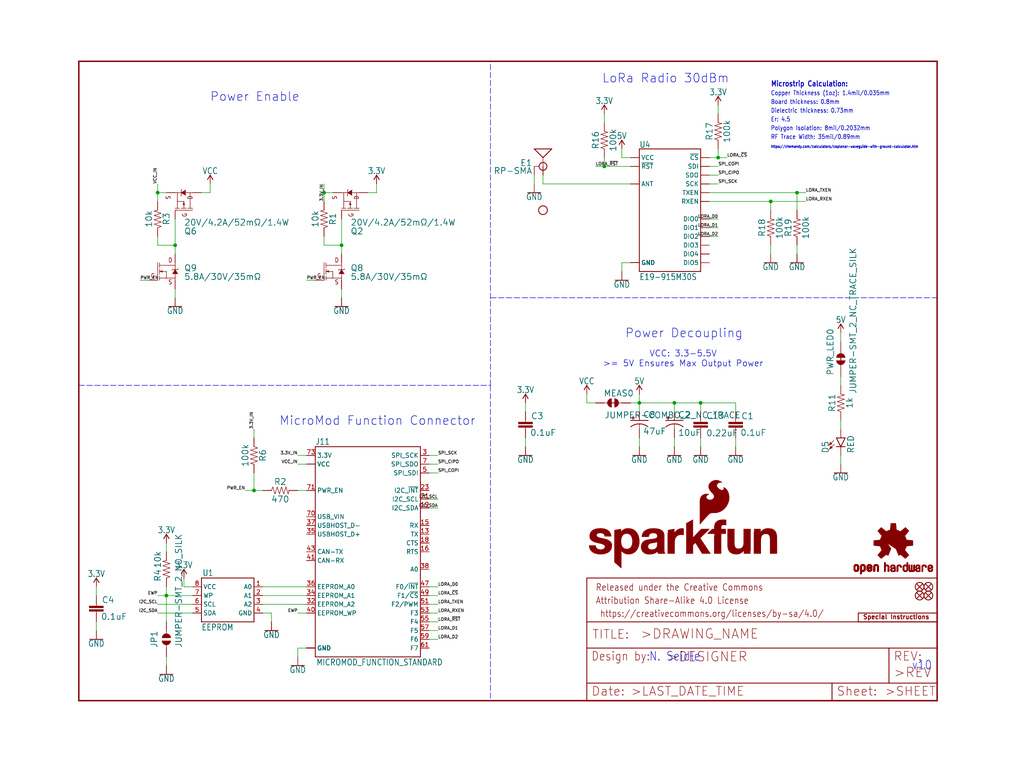
<source format=kicad_sch>
(kicad_sch (version 20211123) (generator eeschema)
  (paper "User" 297.002 223.926)
  (lib_symbols
    (symbol "eagleSchem-eagle-import:0.1UF-0603-25V-(+80{slash}-20%)"
      (property "Reference" "C" (at 1.524 2.921 0))
      (property "Value" "0.1UF-0603-25V-(+80{slash}-20%)" (at 1.524 -2.159 0))
      (symbol "0.1UF-0603-25V-(+80{slash}-20%)_1_0"
        (pin passive line (at 0 5.08 270) (length 2.54) (name "1") (number "1"))
        (pin passive line (at 0 -2.54 90) (length 2.54) (name "2") (number "2"))
      )
    )
    (symbol "eagleSchem-eagle-import:0.22UF-0603-25V-10%"
      (property "Reference" "C" (at 1.524 2.921 0))
      (property "Value" "0.22UF-0603-25V-10%" (at 1.524 -2.159 0))
      (symbol "0.22UF-0603-25V-10%_1_0"
        (pin passive line (at 0 5.08 270) (length 2.54) (name "1") (number "1"))
        (pin passive line (at 0 -2.54 90) (length 2.54) (name "2") (number "2"))
      )
    )
    (symbol "eagleSchem-eagle-import:100KOHM-0603-1{slash}10W-1%"
      (property "Reference" "R" (at 0 1.524 0))
      (property "Value" "100KOHM-0603-1{slash}10W-1%" (at 0 -1.524 0))
      (symbol "100KOHM-0603-1{slash}10W-1%_1_0"
        (pin passive line (at -5.08 0 0) (length 2.54) (name "1") (number "1"))
        (pin passive line (at 5.08 0 180) (length 2.54) (name "2") (number "2"))
      )
    )
    (symbol "eagleSchem-eagle-import:10KOHM-0603-1{slash}10W-1%"
      (property "Reference" "R" (at 0 1.524 0))
      (property "Value" "10KOHM-0603-1{slash}10W-1%" (at 0 -1.524 0))
      (symbol "10KOHM-0603-1{slash}10W-1%_1_0"
        (pin passive line (at -5.08 0 0) (length 2.54) (name "1") (number "1"))
        (pin passive line (at 5.08 0 180) (length 2.54) (name "2") (number "2"))
      )
    )
    (symbol "eagleSchem-eagle-import:10UF-POLAR-EIA3216-16V-10%(TANT)"
      (property "Reference" "C" (at 1.016 0.635 0))
      (property "Value" "10UF-POLAR-EIA3216-16V-10%(TANT)" (at 1.016 -4.191 0))
      (symbol "10UF-POLAR-EIA3216-16V-10%(TANT)_1_0"
        (pin passive line (at 0 2.54 270) (length 2.54) (name "+") (number "+"))
        (pin passive line (at 0 -5.08 90) (length 2.54) (name "-") (number "-"))
      )
    )
    (symbol "eagleSchem-eagle-import:1KOHM-0603-1{slash}10W-1%"
      (property "Reference" "R" (at 0 1.524 0))
      (property "Value" "1KOHM-0603-1{slash}10W-1%" (at 0 -1.524 0))
      (symbol "1KOHM-0603-1{slash}10W-1%_1_0"
        (pin passive line (at -5.08 0 0) (length 2.54) (name "1") (number "1"))
        (pin passive line (at 5.08 0 180) (length 2.54) (name "2") (number "2"))
      )
    )
    (symbol "eagleSchem-eagle-import:3.3V" (power)
      (property "Value" "3.3V" (at 0 2.794 0))
      (symbol "3.3V_1_0"
        (pin power_in line (at 0 0 90) (length 2.54) (name "3.3V") (number "1"))
      )
    )
    (symbol "eagleSchem-eagle-import:470OHM-0603-1{slash}10W-1%"
      (property "Reference" "R" (at 0 1.524 0))
      (property "Value" "470OHM-0603-1{slash}10W-1%" (at 0 -1.524 0))
      (symbol "470OHM-0603-1{slash}10W-1%_1_0"
        (pin passive line (at -5.08 0 0) (length 2.54) (name "1") (number "1"))
        (pin passive line (at 5.08 0 180) (length 2.54) (name "2") (number "2"))
      )
    )
    (symbol "eagleSchem-eagle-import:47UF-POLAR-EIA3528-10V-10%"
      (property "Reference" "C" (at 1.016 0.635 0))
      (property "Value" "47UF-POLAR-EIA3528-10V-10%" (at 1.016 -4.191 0))
      (symbol "47UF-POLAR-EIA3528-10V-10%_1_0"
        (pin passive line (at 0 2.54 270) (length 2.54) (name "+") (number "A"))
        (pin passive line (at 0 -5.08 90) (length 2.54) (name "-") (number "C"))
      )
    )
    (symbol "eagleSchem-eagle-import:5V" (power)
      (property "Value" "5V" (at 0 2.794 0))
      (symbol "5V_1_0"
        (pin power_in line (at 0 0 90) (length 2.54) (name "5V") (number "1"))
      )
    )
    (symbol "eagleSchem-eagle-import:ANTENNA-SMA-GROUNDEDEDGE_RPSMA_SMD"
      (property "Reference" "E" (at 3.048 0 0))
      (property "Value" "ANTENNA-SMA-GROUNDEDEDGE_RPSMA_SMD" (at 3.048 -2.286 0))
      (symbol "ANTENNA-SMA-GROUNDEDEDGE_RPSMA_SMD_1_0"
        (pin bidirectional line (at 2.54 -2.54 90) (length 2.54) (name "GND") (number "GND@0"))
        (pin bidirectional line (at 2.54 -2.54 90) (length 2.54) (name "GND") (number "GND@1"))
        (pin bidirectional line (at 0 -2.54 90) (length 2.54) (name "SIGNAL") (number "SIG"))
      )
    )
    (symbol "eagleSchem-eagle-import:E19-915MS1W"
      (property "Reference" "U" (at -7.62 18.034 0))
      (property "Value" "E19-915MS1W" (at -7.62 -20.32 0))
      (symbol "E19-915MS1W_1_0"
        (pin bidirectional line (at -10.16 -15.24 0) (length 2.54) (name "GND") (number "1"))
        (pin bidirectional line (at -10.16 -15.24 0) (length 2.54) (name "GND") (number "10"))
        (pin bidirectional line (at -10.16 15.24 0) (length 2.54) (name "VCC") (number "11"))
        (pin bidirectional line (at 12.7 7.62 180) (length 2.54) (name "SCK") (number "12"))
        (pin bidirectional line (at 12.7 10.16 180) (length 2.54) (name "SDO") (number "13"))
        (pin bidirectional line (at 12.7 12.7 180) (length 2.54) (name "SDI") (number "14"))
        (pin bidirectional line (at 12.7 15.24 180) (length 2.54) (name "~{CS}") (number "15"))
        (pin bidirectional line (at 12.7 5.08 180) (length 2.54) (name "TXEN") (number "16"))
        (pin bidirectional line (at 12.7 2.54 180) (length 2.54) (name "RXEN") (number "17"))
        (pin bidirectional line (at -10.16 -15.24 0) (length 2.54) (name "GND") (number "18"))
        (pin bidirectional line (at -10.16 7.62 0) (length 2.54) (name "ANT") (number "19"))
        (pin bidirectional line (at 12.7 -15.24 180) (length 2.54) (name "DIO5") (number "2"))
        (pin bidirectional line (at -10.16 -15.24 0) (length 2.54) (name "GND") (number "20"))
        (pin bidirectional line (at -10.16 -15.24 0) (length 2.54) (name "GND") (number "21"))
        (pin bidirectional line (at -10.16 -15.24 0) (length 2.54) (name "GND") (number "22"))
        (pin bidirectional line (at 12.7 -12.7 180) (length 2.54) (name "DIO4") (number "3"))
        (pin bidirectional line (at 12.7 -10.16 180) (length 2.54) (name "DIO3") (number "4"))
        (pin bidirectional line (at 12.7 -7.62 180) (length 2.54) (name "DIO2") (number "5"))
        (pin bidirectional line (at 12.7 -5.08 180) (length 2.54) (name "DIO1") (number "6"))
        (pin bidirectional line (at 12.7 -2.54 180) (length 2.54) (name "DIO0") (number "7"))
        (pin bidirectional line (at -10.16 12.7 0) (length 2.54) (name "~{RST}") (number "8"))
        (pin bidirectional line (at -10.16 -15.24 0) (length 2.54) (name "GND") (number "9"))
      )
    )
    (symbol "eagleSchem-eagle-import:EEPROM-I2C512K"
      (property "Reference" "U" (at -7.62 8.382 0))
      (property "Value" "EEPROM-I2C512K" (at -7.62 -7.62 0))
      (symbol "EEPROM-I2C512K_1_0"
        (pin bidirectional line (at -10.16 5.08 0) (length 2.54) (name "A0") (number "1"))
        (pin bidirectional line (at -10.16 2.54 0) (length 2.54) (name "A1") (number "2"))
        (pin bidirectional line (at -10.16 0 0) (length 2.54) (name "A2") (number "3"))
        (pin power_in line (at -10.16 -2.54 0) (length 2.54) (name "GND") (number "4"))
        (pin bidirectional line (at 10.16 -2.54 180) (length 2.54) (name "SDA") (number "5"))
        (pin bidirectional line (at 10.16 0 180) (length 2.54) (name "SCL") (number "6"))
        (pin bidirectional line (at 10.16 2.54 180) (length 2.54) (name "WP") (number "7"))
        (pin power_in line (at 10.16 5.08 180) (length 2.54) (name "VCC") (number "8"))
      )
    )
    (symbol "eagleSchem-eagle-import:FIDUCIALUFIDUCIAL")
    (symbol "eagleSchem-eagle-import:FRAME-LETTER"
      (symbol "FRAME-LETTER_2_0"
        (text " https://creativecommons.org/licenses/by-sa/4.0/" (at 2.54 24.13 0) (effects (font (size 1.9304 1.6408)) (justify left bottom)))
        (text ">DESIGNER" (at 23.114 11.176 0) (effects (font (size 2.7432 2.7432)) (justify left bottom)))
        (text ">DRAWING_NAME" (at 15.494 17.78 0) (effects (font (size 2.7432 2.7432)) (justify left bottom)))
        (text ">LAST_DATE_TIME" (at 12.7 1.27 0) (effects (font (size 2.54 2.54)) (justify left bottom)))
        (text ">REV" (at 88.9 6.604 0) (effects (font (size 2.7432 2.7432)) (justify left bottom)))
        (text ">SHEET" (at 86.36 1.27 0) (effects (font (size 2.54 2.54)) (justify left bottom)))
        (text "Attribution Share-Alike 4.0 License" (at 2.54 27.94 0) (effects (font (size 1.9304 1.6408)) (justify left bottom)))
        (text "Date:" (at 1.27 1.27 0) (effects (font (size 2.54 2.54)) (justify left bottom)))
        (text "Design by:" (at 1.27 11.43 0) (effects (font (size 2.54 2.159)) (justify left bottom)))
        (text "Released under the Creative Commons" (at 2.54 31.75 0) (effects (font (size 1.9304 1.6408)) (justify left bottom)))
        (text "REV:" (at 88.9 11.43 0) (effects (font (size 2.54 2.54)) (justify left bottom)))
        (text "Sheet:" (at 72.39 1.27 0) (effects (font (size 2.54 2.54)) (justify left bottom)))
        (text "TITLE:" (at 1.524 17.78 0) (effects (font (size 2.54 2.54)) (justify left bottom)))
      )
    )
    (symbol "eagleSchem-eagle-import:GND" (power)
      (property "Value" "GND" (at 0 -0.254 0))
      (symbol "GND_1_0"
        (pin power_in line (at 0 2.54 270) (length 2.54) (name "GND") (number "1"))
      )
    )
    (symbol "eagleSchem-eagle-import:JUMPER-COMBO_2_NC_TRACE"
      (property "Reference" "JP" (at 0 2.794 0))
      (property "Value" "JUMPER-COMBO_2_NC_TRACE" (at 0 -2.794 0))
      (symbol "JUMPER-COMBO_2_NC_TRACE_1_0"
        (pin passive line (at -5.08 0 0) (length 2.54) (name "1") (number "1"))
        (pin passive line (at 5.08 0 180) (length 2.54) (name "2") (number "2"))
        (pin passive line (at -5.08 0 0) (length 2.54) (name "1") (number "3"))
        (pin passive line (at 5.08 0 180) (length 2.54) (name "2") (number "4"))
      )
    )
    (symbol "eagleSchem-eagle-import:JUMPER-SMT_2_NC_TRACE_SILK"
      (property "Reference" "JP" (at 0 3.048 0))
      (property "Value" "JUMPER-SMT_2_NC_TRACE_SILK" (at 0 -3.048 0))
      (symbol "JUMPER-SMT_2_NC_TRACE_SILK_1_0"
        (pin passive line (at -5.08 0 0) (length 2.54) (name "1") (number "1"))
        (pin passive line (at 5.08 0 180) (length 2.54) (name "2") (number "2"))
      )
    )
    (symbol "eagleSchem-eagle-import:JUMPER-SMT_2_NO_SILK"
      (property "Reference" "JP" (at 0 2.794 0))
      (property "Value" "JUMPER-SMT_2_NO_SILK" (at 0 -2.794 0))
      (symbol "JUMPER-SMT_2_NO_SILK_1_0"
        (pin passive line (at -5.08 0 0) (length 2.54) (name "1") (number "1"))
        (pin passive line (at 5.08 0 180) (length 2.54) (name "2") (number "2"))
      )
    )
    (symbol "eagleSchem-eagle-import:LED-RED0603"
      (property "Reference" "D" (at -3.429 -4.572 90))
      (property "Value" "LED-RED0603" (at 1.905 -4.572 90))
      (symbol "LED-RED0603_1_0"
        (pin passive line (at 0 2.54 270) (length 2.54) (name "A") (number "A"))
        (pin passive line (at 0 -5.08 90) (length 2.54) (name "C") (number "C"))
      )
    )
    (symbol "eagleSchem-eagle-import:MICROMOD_FUNCTION_STANDARD"
      (property "Reference" "J" (at -15.24 28.448 0))
      (property "Value" "MICROMOD_FUNCTION_STANDARD" (at -15.24 -35.56 0))
      (symbol "MICROMOD_FUNCTION_STANDARD_1_0"
        (pin bidirectional line (at -17.78 -30.48 0) (length 2.54) (name "GND") (number "1"))
        (pin bidirectional line (at 17.78 2.54 180) (length 2.54) (name "TX") (number "13"))
        (pin bidirectional line (at 17.78 5.08 180) (length 2.54) (name "RX") (number "15"))
        (pin bidirectional line (at 17.78 -2.54 180) (length 2.54) (name "RTS") (number "16"))
        (pin bidirectional line (at 17.78 0 180) (length 2.54) (name "CTS") (number "18"))
        (pin bidirectional line (at 17.78 10.16 180) (length 2.54) (name "I2C_SDA") (number "19"))
        (pin bidirectional line (at 17.78 12.7 180) (length 2.54) (name "I2C_SCL") (number "21"))
        (pin bidirectional line (at 17.78 15.24 180) (length 2.54) (name "I2C_~{INT}") (number "23"))
        (pin bidirectional line (at 17.78 25.4 180) (length 2.54) (name "SPI_SCK") (number "3"))
        (pin bidirectional line (at -17.78 -17.78 0) (length 2.54) (name "EEPROM_A2") (number "32"))
        (pin bidirectional line (at -17.78 -30.48 0) (length 2.54) (name "GND") (number "33"))
        (pin bidirectional line (at -17.78 -15.24 0) (length 2.54) (name "EEPROM_A1") (number "34"))
        (pin bidirectional line (at -17.78 2.54 0) (length 2.54) (name "USBHOST_D+") (number "35"))
        (pin bidirectional line (at -17.78 -12.7 0) (length 2.54) (name "EEPROM_A0") (number "36"))
        (pin bidirectional line (at -17.78 5.08 0) (length 2.54) (name "USBHOST_D-") (number "37"))
        (pin bidirectional line (at 17.78 -7.62 180) (length 2.54) (name "A0") (number "38"))
        (pin bidirectional line (at -17.78 -30.48 0) (length 2.54) (name "GND") (number "39"))
        (pin bidirectional line (at -17.78 -20.32 0) (length 2.54) (name "EEPROM_WP") (number "40"))
        (pin bidirectional line (at -17.78 -5.08 0) (length 2.54) (name "CAN-RX") (number "41"))
        (pin bidirectional line (at -17.78 -2.54 0) (length 2.54) (name "CAN-TX") (number "43"))
        (pin bidirectional line (at -17.78 -30.48 0) (length 2.54) (name "GND") (number "45"))
        (pin bidirectional line (at 17.78 -12.7 180) (length 2.54) (name "F0/~{INT}") (number "47"))
        (pin bidirectional line (at 17.78 -15.24 180) (length 2.54) (name "F1/~{CS}") (number "49"))
        (pin bidirectional line (at 17.78 20.32 180) (length 2.54) (name "SPI_SDI") (number "5"))
        (pin bidirectional line (at 17.78 -17.78 180) (length 2.54) (name "F2/PWM") (number "51"))
        (pin bidirectional line (at 17.78 -20.32 180) (length 2.54) (name "F3") (number "53"))
        (pin bidirectional line (at 17.78 -22.86 180) (length 2.54) (name "F4") (number "55"))
        (pin bidirectional line (at 17.78 -25.4 180) (length 2.54) (name "F5") (number "57"))
        (pin bidirectional line (at 17.78 -27.94 180) (length 2.54) (name "F6") (number "59"))
        (pin bidirectional line (at 17.78 -30.48 180) (length 2.54) (name "F7") (number "61"))
        (pin bidirectional line (at 17.78 22.86 180) (length 2.54) (name "SPI_SDO") (number "7"))
        (pin bidirectional line (at -17.78 7.62 0) (length 2.54) (name "USB_VIN") (number "70"))
        (pin bidirectional line (at -17.78 15.24 0) (length 2.54) (name "PWR_EN") (number "71"))
        (pin bidirectional line (at -17.78 22.86 0) (length 2.54) (name "VCC") (number "72"))
        (pin bidirectional line (at -17.78 25.4 0) (length 2.54) (name "3.3V") (number "73"))
        (pin bidirectional line (at -17.78 22.86 0) (length 2.54) (name "VCC") (number "74"))
        (pin bidirectional line (at -17.78 -30.48 0) (length 2.54) (name "GND") (number "75"))
        (pin bidirectional line (at -17.78 -30.48 0) (length 2.54) (name "GND") (number "GND1"))
        (pin bidirectional line (at -17.78 -30.48 0) (length 2.54) (name "GND") (number "GND2"))
        (pin bidirectional line (at -17.78 -30.48 0) (length 2.54) (name "GND") (number "GND3"))
        (pin bidirectional line (at -17.78 -30.48 0) (length 2.54) (name "GND") (number "GND4"))
        (pin bidirectional line (at -17.78 -30.48 0) (length 2.54) (name "GND") (number "GND5"))
        (pin bidirectional line (at -17.78 -30.48 0) (length 2.54) (name "GND") (number "GND6"))
      )
    )
    (symbol "eagleSchem-eagle-import:MOSFET-NCH-AO3404A"
      (property "Reference" "Q" (at 5.08 0 0))
      (property "Value" "MOSFET-NCH-AO3404A" (at 5.08 -2.54 0))
      (symbol "MOSFET-NCH-AO3404A_1_0"
        (text "D" (at 0.508 2.54 0) (effects (font (size 1.27 1.0795)) (justify left bottom)))
        (text "G" (at -3.302 -0.508 0) (effects (font (size 1.27 1.0795)) (justify right top)))
        (text "S" (at 0.508 -3.81 0) (effects (font (size 1.27 1.0795)) (justify left bottom)))
        (pin bidirectional line (at -5.08 -2.54 0) (length 2.54) (name "G") (number "1"))
        (pin bidirectional line (at 2.54 -5.08 90) (length 2.54) (name "S") (number "2"))
        (pin bidirectional line (at 2.54 5.08 270) (length 2.54) (name "D") (number "3"))
      )
    )
    (symbol "eagleSchem-eagle-import:MOSFET_PCH-DMG2305UX-7"
      (property "Reference" "Q" (at 5.08 0 0))
      (property "Value" "MOSFET_PCH-DMG2305UX-7" (at 5.08 -2.54 0))
      (symbol "MOSFET_PCH-DMG2305UX-7_1_0"
        (text "D" (at 0.508 2.54 0) (effects (font (size 1.27 1.0795)) (justify left bottom)))
        (text "G" (at -3.302 -0.508 0) (effects (font (size 1.27 1.0795)) (justify right top)))
        (text "S" (at 0.508 -3.81 0) (effects (font (size 1.27 1.0795)) (justify left bottom)))
        (pin bidirectional line (at -5.08 -2.54 0) (length 2.54) (name "G") (number "1"))
        (pin bidirectional line (at 2.54 -5.08 90) (length 2.54) (name "S") (number "2"))
        (pin bidirectional line (at 2.54 5.08 270) (length 2.54) (name "D") (number "3"))
      )
    )
    (symbol "eagleSchem-eagle-import:OSHW-LOGOMINI")
    (symbol "eagleSchem-eagle-import:SFE_LOGO_NAME_FLAME.1_INCH")
    (symbol "eagleSchem-eagle-import:SPECIAL_INSTRUCTIONS-ORDERING"
      (symbol "SPECIAL_INSTRUCTIONS-ORDERING_1_0"
        (text "Special Instructions" (at 1.27 0.6985 0) (effects (font (size 1.27 1.27) (thickness 0.254) bold) (justify left bottom)))
      )
    )
    (symbol "eagleSchem-eagle-import:STAND-OFF")
    (symbol "eagleSchem-eagle-import:VCC" (power)
      (property "Value" "VCC" (at 0 2.794 0))
      (symbol "VCC_1_0"
        (pin power_in line (at 0 0 90) (length 2.54) (name "VCC") (number "1"))
      )
    )
  )
  (junction (at 93.98 55.88))
  (junction (at 48.26 172.72))
  (junction (at 208.28 45.72))
  (junction (at 73.66 142.24))
  (junction (at 203.2 116.84))
  (junction (at 45.72 55.88))
  (junction (at 231.14 55.88))
  (junction (at 175.26 48.26))
  (junction (at 99.06 71.12))
  (junction (at 50.8 71.12))
  (junction (at 223.52 58.42))
  (junction (at 185.42 116.84))
  (junction (at 195.58 116.84))
  (wire (pts (xy 45.72 55.88) (xy 45.72 53.34)))
  (wire (pts (xy 231.14 60.96) (xy 231.14 55.88)))
  (wire (pts (xy 175.26 45.72) (xy 175.26 48.26)))
  (wire (pts (xy 182.88 116.84) (xy 185.42 116.84)))
  (wire (pts (xy 170.18 116.84) (xy 170.18 114.3)))
  (wire (pts (xy 53.34 170.18) (xy 53.34 167.64)))
  (wire (pts (xy 93.98 55.88) (xy 96.52 55.88)))
  (wire (pts (xy 231.14 55.88) (xy 233.68 55.88)))
  (wire (pts (xy 48.26 193.04) (xy 48.26 190.5)))
  (wire (pts (xy 180.34 45.72) (xy 180.34 43.18)))
  (wire (pts (xy 76.2 170.18) (xy 88.9 170.18)))
  (wire (pts (xy 180.34 76.2) (xy 180.34 78.74)))
  (wire (pts (xy 124.46 182.88) (xy 127 182.88)))
  (wire (pts (xy 205.74 50.8) (xy 208.28 50.8)))
  (wire (pts (xy 124.46 137.16) (xy 127 137.16)))
  (wire (pts (xy 195.58 119.38) (xy 195.58 116.84)))
  (wire (pts (xy 43.18 81.28) (xy 40.64 81.28)))
  (wire (pts (xy 45.72 68.58) (xy 45.72 71.12)))
  (wire (pts (xy 124.46 172.72) (xy 127 172.72)))
  (polyline (pts (xy 142.24 111.76) (xy 142.24 203.2)))
  (wire (pts (xy 124.46 180.34) (xy 127 180.34)))
  (wire (pts (xy 76.2 172.72) (xy 88.9 172.72)))
  (wire (pts (xy 45.72 71.12) (xy 50.8 71.12)))
  (wire (pts (xy 99.06 71.12) (xy 99.06 73.66)))
  (polyline (pts (xy 22.86 111.76) (xy 142.24 111.76)))
  (polyline (pts (xy 142.24 111.76) (xy 142.24 17.78)))
  (wire (pts (xy 208.28 68.58) (xy 205.74 68.58)))
  (wire (pts (xy 223.52 60.96) (xy 223.52 58.42)))
  (wire (pts (xy 109.22 55.88) (xy 109.22 53.34)))
  (wire (pts (xy 55.88 177.8) (xy 45.72 177.8)))
  (wire (pts (xy 182.88 76.2) (xy 180.34 76.2)))
  (wire (pts (xy 48.26 157.48) (xy 48.26 160.02)))
  (wire (pts (xy 88.9 142.24) (xy 86.36 142.24)))
  (wire (pts (xy 76.2 175.26) (xy 88.9 175.26)))
  (wire (pts (xy 88.9 134.62) (xy 86.36 134.62)))
  (wire (pts (xy 203.2 116.84) (xy 203.2 119.38)))
  (wire (pts (xy 213.36 119.38) (xy 213.36 116.84)))
  (wire (pts (xy 99.06 63.5) (xy 99.06 71.12)))
  (wire (pts (xy 78.74 177.8) (xy 78.74 180.34)))
  (wire (pts (xy 45.72 55.88) (xy 45.72 58.42)))
  (wire (pts (xy 154.94 53.34) (xy 154.94 50.8)))
  (wire (pts (xy 195.58 129.54) (xy 195.58 127)))
  (wire (pts (xy 86.36 187.96) (xy 86.36 190.5)))
  (wire (pts (xy 27.94 182.88) (xy 27.94 180.34)))
  (wire (pts (xy 88.9 177.8) (xy 86.36 177.8)))
  (wire (pts (xy 93.98 71.12) (xy 99.06 71.12)))
  (wire (pts (xy 208.28 45.72) (xy 210.82 45.72)))
  (wire (pts (xy 93.98 53.34) (xy 93.98 55.88)))
  (wire (pts (xy 76.2 177.8) (xy 78.74 177.8)))
  (wire (pts (xy 208.28 33.02) (xy 208.28 30.48)))
  (wire (pts (xy 60.96 55.88) (xy 60.96 53.34)))
  (wire (pts (xy 208.28 66.04) (xy 205.74 66.04)))
  (wire (pts (xy 185.42 127) (xy 185.42 129.54)))
  (wire (pts (xy 243.84 124.46) (xy 243.84 121.92)))
  (wire (pts (xy 243.84 134.62) (xy 243.84 132.08)))
  (wire (pts (xy 50.8 63.5) (xy 50.8 71.12)))
  (wire (pts (xy 48.26 55.88) (xy 45.72 55.88)))
  (wire (pts (xy 175.26 33.02) (xy 175.26 35.56)))
  (wire (pts (xy 91.44 81.28) (xy 88.9 81.28)))
  (wire (pts (xy 213.36 129.54) (xy 213.36 127)))
  (wire (pts (xy 93.98 58.42) (xy 93.98 55.88)))
  (wire (pts (xy 175.26 48.26) (xy 172.72 48.26)))
  (wire (pts (xy 152.4 116.84) (xy 152.4 119.38)))
  (wire (pts (xy 172.72 116.84) (xy 170.18 116.84)))
  (wire (pts (xy 185.42 116.84) (xy 185.42 119.38)))
  (wire (pts (xy 58.42 55.88) (xy 60.96 55.88)))
  (wire (pts (xy 182.88 45.72) (xy 180.34 45.72)))
  (wire (pts (xy 182.88 53.34) (xy 157.48 53.34)))
  (wire (pts (xy 76.2 142.24) (xy 73.66 142.24)))
  (wire (pts (xy 50.8 86.36) (xy 50.8 83.82)))
  (wire (pts (xy 205.74 55.88) (xy 231.14 55.88)))
  (wire (pts (xy 213.36 116.84) (xy 203.2 116.84)))
  (wire (pts (xy 243.84 111.76) (xy 243.84 109.22)))
  (wire (pts (xy 27.94 170.18) (xy 27.94 172.72)))
  (wire (pts (xy 203.2 116.84) (xy 195.58 116.84)))
  (wire (pts (xy 50.8 71.12) (xy 50.8 73.66)))
  (wire (pts (xy 124.46 185.42) (xy 127 185.42)))
  (wire (pts (xy 124.46 175.26) (xy 127 175.26)))
  (wire (pts (xy 48.26 172.72) (xy 48.26 170.18)))
  (wire (pts (xy 93.98 68.58) (xy 93.98 71.12)))
  (wire (pts (xy 48.26 180.34) (xy 48.26 172.72)))
  (wire (pts (xy 195.58 116.84) (xy 185.42 116.84)))
  (wire (pts (xy 55.88 172.72) (xy 48.26 172.72)))
  (wire (pts (xy 208.28 43.18) (xy 208.28 45.72)))
  (wire (pts (xy 243.84 96.52) (xy 243.84 99.06)))
  (wire (pts (xy 231.14 73.66) (xy 231.14 71.12)))
  (wire (pts (xy 48.26 172.72) (xy 45.72 172.72)))
  (wire (pts (xy 73.66 137.16) (xy 73.66 142.24)))
  (wire (pts (xy 208.28 63.5) (xy 205.74 63.5)))
  (wire (pts (xy 73.66 127) (xy 73.66 124.46)))
  (wire (pts (xy 205.74 53.34) (xy 208.28 53.34)))
  (wire (pts (xy 205.74 58.42) (xy 223.52 58.42)))
  (wire (pts (xy 124.46 147.32) (xy 127 147.32)))
  (wire (pts (xy 106.68 55.88) (xy 109.22 55.88)))
  (wire (pts (xy 205.74 45.72) (xy 208.28 45.72)))
  (wire (pts (xy 55.88 175.26) (xy 45.72 175.26)))
  (wire (pts (xy 152.4 129.54) (xy 152.4 127)))
  (wire (pts (xy 124.46 144.78) (xy 127 144.78)))
  (polyline (pts (xy 142.24 86.36) (xy 271.78 86.36)))
  (wire (pts (xy 223.52 58.42) (xy 233.68 58.42)))
  (wire (pts (xy 88.9 132.08) (xy 86.36 132.08)))
  (wire (pts (xy 157.48 53.34) (xy 157.48 50.8)))
  (wire (pts (xy 55.88 170.18) (xy 53.34 170.18)))
  (wire (pts (xy 88.9 187.96) (xy 86.36 187.96)))
  (wire (pts (xy 73.66 142.24) (xy 71.12 142.24)))
  (wire (pts (xy 99.06 86.36) (xy 99.06 83.82)))
  (wire (pts (xy 182.88 48.26) (xy 175.26 48.26)))
  (wire (pts (xy 223.52 73.66) (xy 223.52 71.12)))
  (wire (pts (xy 124.46 177.8) (xy 127 177.8)))
  (wire (pts (xy 205.74 48.26) (xy 208.28 48.26)))
  (wire (pts (xy 185.42 116.84) (xy 185.42 114.3)))
  (wire (pts (xy 203.2 129.54) (xy 203.2 127)))
  (wire (pts (xy 124.46 134.62) (xy 127 134.62)))
  (wire (pts (xy 124.46 170.18) (xy 127 170.18)))
  (wire (pts (xy 124.46 132.08) (xy 127 132.08)))
  (text "Board thickness: 0.8mm" (at 223.52 30.48 180) (effects (font (size 1.27 1.0795)) (justify left bottom)))
  (text "Power Enable" (at 73.914 28.194 180) (effects (font (size 2.54 2.54))))
  (text "N. Seidle" (at 188.214 192.024 180) (effects (font (size 2.54 2.159)) (justify left bottom)))
  (text "VCC: 3.3-5.5V\n>= 5V Ensures Max Output Power" (at 198.12 104.14 180) (effects (font (size 1.778 1.778))))
  (text "Microstrip Calculation:" (at 223.52 25.4 180) (effects (font (size 1.524 1.2954) (thickness 0.2591) bold) (justify left bottom)))
  (text "RF Trace Width: 35mil/0.89mm" (at 223.52 40.64 180) (effects (font (size 1.27 1.0795)) (justify left bottom)))
  (text "Dielectric thickness: 0.73mm" (at 223.52 33.02 180) (effects (font (size 1.27 1.0795)) (justify left bottom)))
  (text "MicroMod Function Connector" (at 109.474 122.174 180) (effects (font (size 2.54 2.54))))
  (text "Copper Thickness (1oz): 1.4mil/0.035mm" (at 223.52 27.94 180) (effects (font (size 1.27 1.0795)) (justify left bottom)))
  (text "Power Decoupling" (at 198.374 96.774 180) (effects (font (size 2.54 2.54))))
  (text "Polygon Isolation: 8mil/0.2032mm" (at 223.52 38.1 180) (effects (font (size 1.27 1.0795)) (justify left bottom)))
  (text "v10" (at 264.414 194.564 180) (effects (font (size 2.54 2.159)) (justify left bottom)))
  (text "LoRa Radio 30dBm" (at 193.04 22.86 180) (effects (font (size 2.54 2.54))))
  (text "https://chemandy.com/calculators/coplanar-waveguide-with-ground-calculator.htm" (at 223.52 43.18 0) (effects (font (size 0.762 0.6477)) (justify left bottom)))
  (text "Er: 4.5" (at 223.52 35.56 180) (effects (font (size 1.27 1.0795)) (justify left bottom)))
  (label "LORA_~{CS}" (at 210.82 45.72 0) (effects (font (size 0.889 0.889))))
  (label "VCC_IN" (at 45.72 53.34 90) (effects (font (size 0.889 0.889))))
  (label "LORA_D1" (at 127 182.88 0) (effects (font (size 0.889 0.889))))
  (label "LORA_~{CS}" (at 127 172.72 0) (effects (font (size 0.889 0.889))))
  (label "LORA_~{RST}" (at 127 180.34 0) (effects (font (size 0.889 0.889))))
  (label "VCC_IN" (at 86.36 134.62 180) (effects (font (size 0.889 0.889))))
  (label "SPI_SCK" (at 127 132.08 0) (effects (font (size 0.889 0.889))))
  (label "LORA_RXEN" (at 233.68 58.42 0) (effects (font (size 0.889 0.889))))
  (label "SPI_SCK" (at 208.28 53.34 0) (effects (font (size 0.889 0.889))))
  (label "I2C_SCL" (at 45.72 175.26 180) (effects (font (size 0.889 0.889))))
  (label "3.3V_IN" (at 86.36 132.08 180) (effects (font (size 0.889 0.889))))
  (label "LORA_TXEN" (at 233.68 55.88 0) (effects (font (size 0.889 0.889))))
  (label "3.3V_IN" (at 93.98 53.34 270) (effects (font (size 0.889 0.889))))
  (label "I2C_SDA" (at 127 147.32 180) (effects (font (size 0.889 0.889))))
  (label "LORA_~{RST}" (at 172.72 48.26 0) (effects (font (size 0.889 0.889))))
  (label "LORA_D1" (at 208.28 66.04 180) (effects (font (size 0.889 0.889))))
  (label "PWR_EN" (at 40.64 81.28 0) (effects (font (size 0.889 0.889))))
  (label "LORA_D2" (at 127 185.42 0) (effects (font (size 0.889 0.889))))
  (label "LORA_D0" (at 127 170.18 0) (effects (font (size 0.889 0.889))))
  (label "SPI_COPI" (at 208.28 48.26 0) (effects (font (size 0.889 0.889))))
  (label "I2C_SDA" (at 45.72 177.8 180) (effects (font (size 0.889 0.889))))
  (label "PWR_EN" (at 88.9 81.28 0) (effects (font (size 0.889 0.889))))
  (label "SPI_CIPO" (at 127 134.62 0) (effects (font (size 0.889 0.889))))
  (label "I2C_SCL" (at 127 144.78 180) (effects (font (size 0.889 0.889))))
  (label "LORA_D2" (at 208.28 68.58 180) (effects (font (size 0.889 0.889))))
  (label "EWP" (at 45.72 172.72 180) (effects (font (size 0.889 0.889))))
  (label "SPI_COPI" (at 127 137.16 0) (effects (font (size 0.889 0.889))))
  (label "PWR_EN" (at 71.12 142.24 180) (effects (font (size 0.889 0.889))))
  (label "LORA_TXEN" (at 127 175.26 0) (effects (font (size 0.889 0.889))))
  (label "3.3V_IN" (at 73.66 124.46 90) (effects (font (size 0.889 0.889))))
  (label "LORA_D0" (at 208.28 63.5 180) (effects (font (size 0.889 0.889))))
  (label "LORA_RXEN" (at 127 177.8 0) (effects (font (size 0.889 0.889))))
  (label "SPI_CIPO" (at 208.28 50.8 0) (effects (font (size 0.889 0.889))))
  (label "EWP" (at 86.36 177.8 180) (effects (font (size 0.889 0.889))))
  (symbol (lib_id "eagleSchem-eagle-import:0.1UF-0603-25V-(+80{slash}-20%)") (at 152.4 124.46 0) (mirror y) (unit 1)
    (property "Reference" "C3" (at 153.924 121.666 0) (effects (font (size 1.778 1.778)) (justify right bottom)))
    (property "Value" "0.1uF" (at 153.67 126.492 0) (effects (font (size 1.778 1.778)) (justify right bottom)))
    (property "Footprint" "eagleSchem:0603" (effects hide))
  )
  (symbol (lib_id "eagleSchem-eagle-import:0.1UF-0603-25V-(+80{slash}-20%)") (at 213.36 124.46 0) (mirror y) (unit 1)
    (property "Reference" "C1" (at 214.884 121.666 0) (effects (font (size 1.778 1.778)) (justify right bottom)))
    (property "Value" "0.1uF" (at 214.63 126.492 0) (effects (font (size 1.778 1.778)) (justify right bottom)))
    (property "Footprint" "eagleSchem:0603" (effects hide))
  )
  (symbol (lib_id "eagleSchem-eagle-import:MICROMOD_FUNCTION_STANDARD") (at 106.68 157.48 0) (unit 1)
    (property "Reference" "J11" (at 91.44 129.032 0) (effects (font (size 1.778 1.5113)) (justify left bottom)))
    (property "Value" "MICROMOD_FUNCTION_STANDARD" (at 91.694 193.04 0) (effects (font (size 1.778 1.5113)) (justify left bottom)))
    (property "Footprint" "eagleSchem:M.2-CARD-E-22_FUNCTION_STANDARD" (effects hide))
  )
  (symbol (lib_id "eagleSchem-eagle-import:3.3V") (at 175.26 33.02 0) (unit 1)
    (property "Reference" "#SUPPLY12" (effects hide))
    (property "Value" "3.3V" (at 175.26 30.226 0) (effects (font (size 1.778 1.5113)) (justify bottom)))
    (property "Footprint" "eagleSchem:" (effects hide))
  )
  (symbol (lib_id "eagleSchem-eagle-import:GND") (at 99.06 88.9 0) (mirror y) (unit 1)
    (property "Reference" "#GND12" (effects hide))
    (property "Value" "GND" (at 99.06 89.154 0) (effects (font (size 1.778 1.5113)) (justify top)))
    (property "Footprint" "eagleSchem:" (effects hide))
  )
  (symbol (lib_id "eagleSchem-eagle-import:100KOHM-0603-1{slash}10W-1%") (at 231.14 66.04 90) (unit 1)
    (property "Reference" "R19" (at 229.616 66.04 0) (effects (font (size 1.778 1.778)) (justify bottom)))
    (property "Value" "100k" (at 232.664 66.04 0) (effects (font (size 1.778 1.778)) (justify top)))
    (property "Footprint" "eagleSchem:0603" (effects hide))
  )
  (symbol (lib_id "eagleSchem-eagle-import:10KOHM-0603-1{slash}10W-1%") (at 93.98 63.5 270) (mirror x) (unit 1)
    (property "Reference" "R1" (at 95.504 63.5 0) (effects (font (size 1.778 1.778)) (justify bottom)))
    (property "Value" "10k" (at 92.456 63.5 0) (effects (font (size 1.778 1.778)) (justify top)))
    (property "Footprint" "eagleSchem:0603" (effects hide))
  )
  (symbol (lib_id "eagleSchem-eagle-import:3.3V") (at 27.94 170.18 0) (unit 1)
    (property "Reference" "#SUPPLY7" (effects hide))
    (property "Value" "3.3V" (at 27.94 167.386 0) (effects (font (size 1.778 1.5113)) (justify bottom)))
    (property "Footprint" "eagleSchem:" (effects hide))
  )
  (symbol (lib_id "eagleSchem-eagle-import:3.3V") (at 152.4 116.84 0) (unit 1)
    (property "Reference" "#SUPPLY5" (effects hide))
    (property "Value" "3.3V" (at 152.4 114.046 0) (effects (font (size 1.778 1.5113)) (justify bottom)))
    (property "Footprint" "eagleSchem:" (effects hide))
  )
  (symbol (lib_id "eagleSchem-eagle-import:GND") (at 243.84 137.16 0) (unit 1)
    (property "Reference" "#GND27" (effects hide))
    (property "Value" "GND" (at 243.84 137.414 0) (effects (font (size 1.778 1.5113)) (justify top)))
    (property "Footprint" "eagleSchem:" (effects hide))
  )
  (symbol (lib_id "eagleSchem-eagle-import:SFE_LOGO_NAME_FLAME.1_INCH") (at 170.18 165.1 0) (unit 1)
    (property "Reference" "LOGO1" (effects hide))
    (property "Value" "SFE_LOGO_NAME_FLAME.1_INCH" (effects hide))
    (property "Footprint" "eagleSchem:SFE_LOGO_NAME_FLAME_.1" (effects hide))
  )
  (symbol (lib_id "eagleSchem-eagle-import:OSHW-LOGOMINI") (at 259.08 157.48 0) (unit 1)
    (property "Reference" "LOGO3" (effects hide))
    (property "Value" "OSHW-LOGOMINI" (effects hide))
    (property "Footprint" "eagleSchem:OSHW-LOGO-MINI" (effects hide))
  )
  (symbol (lib_id "eagleSchem-eagle-import:GND") (at 154.94 55.88 0) (unit 1)
    (property "Reference" "#GND3" (effects hide))
    (property "Value" "GND" (at 154.94 56.134 0) (effects (font (size 1.778 1.5113)) (justify top)))
    (property "Footprint" "eagleSchem:" (effects hide))
  )
  (symbol (lib_id "eagleSchem-eagle-import:JUMPER-SMT_2_NC_TRACE_SILK") (at 243.84 104.14 90) (unit 1)
    (property "Reference" "PWR_LED0" (at 241.808 108.966 0) (effects (font (size 1.778 1.778)) (justify left bottom)))
    (property "Value" "JUMPER-SMT_2_NC_TRACE_SILK" (at 246.38 114.3 0) (effects (font (size 1.778 1.778)) (justify left top)))
    (property "Footprint" "eagleSchem:SMT-JUMPER_2_NC_TRACE_SILK" (effects hide))
  )
  (symbol (lib_id "eagleSchem-eagle-import:0.1UF-0603-25V-(+80{slash}-20%)") (at 27.94 177.8 0) (mirror y) (unit 1)
    (property "Reference" "C4" (at 29.464 175.006 0) (effects (font (size 1.778 1.778)) (justify right bottom)))
    (property "Value" "0.1uF" (at 29.21 179.832 0) (effects (font (size 1.778 1.778)) (justify right bottom)))
    (property "Footprint" "eagleSchem:0603" (effects hide))
  )
  (symbol (lib_id "eagleSchem-eagle-import:GND") (at 203.2 132.08 0) (unit 1)
    (property "Reference" "#GND22" (effects hide))
    (property "Value" "GND" (at 203.2 132.334 0) (effects (font (size 1.778 1.5113)) (justify top)))
    (property "Footprint" "eagleSchem:" (effects hide))
  )
  (symbol (lib_id "eagleSchem-eagle-import:FIDUCIALUFIDUCIAL") (at 269.24 170.18 0) (unit 1)
    (property "Reference" "FD2" (effects hide))
    (property "Value" "FIDUCIALUFIDUCIAL" (effects hide))
    (property "Footprint" "eagleSchem:FIDUCIAL-MICRO" (effects hide))
  )
  (symbol (lib_id "eagleSchem-eagle-import:10KOHM-0603-1{slash}10W-1%") (at 48.26 165.1 270) (mirror x) (unit 1)
    (property "Reference" "R4" (at 46.736 166.878 0) (effects (font (size 1.778 1.778)) (justify top)))
    (property "Value" "10k" (at 46.736 162.306 0) (effects (font (size 1.778 1.778)) (justify top)))
    (property "Footprint" "eagleSchem:0603" (effects hide))
  )
  (symbol (lib_id "eagleSchem-eagle-import:3.3V") (at 53.34 167.64 0) (unit 1)
    (property "Reference" "#SUPPLY6" (effects hide))
    (property "Value" "3.3V" (at 53.34 164.846 0) (effects (font (size 1.778 1.5113)) (justify bottom)))
    (property "Footprint" "eagleSchem:" (effects hide))
  )
  (symbol (lib_id "eagleSchem-eagle-import:47UF-POLAR-EIA3528-10V-10%") (at 185.42 121.92 0) (unit 1)
    (property "Reference" "C8" (at 186.436 121.285 0) (effects (font (size 1.778 1.778)) (justify left bottom)))
    (property "Value" "47uF" (at 186.436 126.111 0) (effects (font (size 1.778 1.778)) (justify left bottom)))
    (property "Footprint" "eagleSchem:EIA3528" (effects hide))
  )
  (symbol (lib_id "eagleSchem-eagle-import:0.22UF-0603-25V-10%") (at 203.2 124.46 0) (unit 1)
    (property "Reference" "C13" (at 204.724 121.539 0) (effects (font (size 1.778 1.778)) (justify left bottom)))
    (property "Value" "0.22uF" (at 204.724 126.619 0) (effects (font (size 1.778 1.778)) (justify left bottom)))
    (property "Footprint" "eagleSchem:0603" (effects hide))
  )
  (symbol (lib_id "eagleSchem-eagle-import:SPECIAL_INSTRUCTIONS-ORDERING") (at 248.92 180.34 0) (unit 1)
    (property "Reference" "LOGO2" (effects hide))
    (property "Value" "SPECIAL_INSTRUCTIONS-ORDERING" (effects hide))
    (property "Footprint" "eagleSchem:ORDERING_INSTRUCTIONS" (effects hide))
  )
  (symbol (lib_id "eagleSchem-eagle-import:MOSFET_PCH-DMG2305UX-7") (at 53.34 58.42 270) (mirror x) (unit 1)
    (property "Reference" "Q6" (at 53.34 66.04 90) (effects (font (size 1.778 1.778)) (justify left bottom)))
    (property "Value" "20V/4.2A/52mΩ/1.4W" (at 53.34 63.5 90) (effects (font (size 1.778 1.778)) (justify left bottom)))
    (property "Footprint" "eagleSchem:SOT23-3" (effects hide))
  )
  (symbol (lib_id "eagleSchem-eagle-import:5V") (at 185.42 114.3 0) (unit 1)
    (property "Reference" "#SUPPLY3" (effects hide))
    (property "Value" "5V" (at 185.42 111.506 0) (effects (font (size 1.778 1.5113)) (justify bottom)))
    (property "Footprint" "eagleSchem:" (effects hide))
  )
  (symbol (lib_id "eagleSchem-eagle-import:ANTENNA-SMA-GROUNDEDEDGE_RPSMA_SMD") (at 157.48 48.26 0) (mirror y) (unit 1)
    (property "Reference" "E1" (at 154.432 48.26 0) (effects (font (size 1.778 1.778)) (justify left bottom)))
    (property "Value" "RP-SMA" (at 154.432 50.546 0) (effects (font (size 1.778 1.778)) (justify left bottom)))
    (property "Footprint" "eagleSchem:SMA-EDGE-SMD" (effects hide))
  )
  (symbol (lib_id "eagleSchem-eagle-import:10KOHM-0603-1{slash}10W-1%") (at 45.72 63.5 270) (mirror x) (unit 1)
    (property "Reference" "R3" (at 47.244 63.5 0) (effects (font (size 1.778 1.778)) (justify bottom)))
    (property "Value" "10k" (at 44.196 63.5 0) (effects (font (size 1.778 1.778)) (justify top)))
    (property "Footprint" "eagleSchem:0603" (effects hide))
  )
  (symbol (lib_id "eagleSchem-eagle-import:GND") (at 195.58 132.08 0) (unit 1)
    (property "Reference" "#GND21" (effects hide))
    (property "Value" "GND" (at 195.58 132.334 0) (effects (font (size 1.778 1.5113)) (justify top)))
    (property "Footprint" "eagleSchem:" (effects hide))
  )
  (symbol (lib_id "eagleSchem-eagle-import:FRAME-LETTER") (at 22.86 203.2 0) (unit 1)
    (property "Reference" "FRAME2" (effects hide))
    (property "Value" "FRAME-LETTER" (effects hide))
    (property "Footprint" "eagleSchem:CREATIVE_COMMONS" (effects hide))
  )
  (symbol (lib_id "eagleSchem-eagle-import:100KOHM-0603-1{slash}10W-1%") (at 223.52 66.04 90) (unit 1)
    (property "Reference" "R18" (at 221.996 66.04 0) (effects (font (size 1.778 1.778)) (justify bottom)))
    (property "Value" "100k" (at 225.044 66.04 0) (effects (font (size 1.778 1.778)) (justify top)))
    (property "Footprint" "eagleSchem:0603" (effects hide))
  )
  (symbol (lib_id "eagleSchem-eagle-import:GND") (at 180.34 81.28 0) (unit 1)
    (property "Reference" "#GND31" (effects hide))
    (property "Value" "GND" (at 180.34 81.534 0) (effects (font (size 1.778 1.5113)) (justify top)))
    (property "Footprint" "eagleSchem:" (effects hide))
  )
  (symbol (lib_id "eagleSchem-eagle-import:GND") (at 86.36 193.04 0) (unit 1)
    (property "Reference" "#GND1" (effects hide))
    (property "Value" "GND" (at 86.36 193.294 0) (effects (font (size 1.778 1.5113)) (justify top)))
    (property "Footprint" "eagleSchem:" (effects hide))
  )
  (symbol (lib_id "eagleSchem-eagle-import:3.3V") (at 48.26 157.48 0) (unit 1)
    (property "Reference" "#SUPPLY1" (effects hide))
    (property "Value" "3.3V" (at 48.26 154.686 0) (effects (font (size 1.778 1.5113)) (justify bottom)))
    (property "Footprint" "eagleSchem:" (effects hide))
  )
  (symbol (lib_id "eagleSchem-eagle-import:GND") (at 185.42 132.08 0) (unit 1)
    (property "Reference" "#GND2" (effects hide))
    (property "Value" "GND" (at 185.42 132.334 0) (effects (font (size 1.778 1.5113)) (justify top)))
    (property "Footprint" "eagleSchem:" (effects hide))
  )
  (symbol (lib_id "eagleSchem-eagle-import:FRAME-LETTER") (at 170.18 203.2 0) (unit 2)
    (property "Reference" "FRAME2" (effects hide))
    (property "Value" "FRAME-LETTER" (effects hide))
    (property "Footprint" "eagleSchem:CREATIVE_COMMONS" (effects hide))
  )
  (symbol (lib_id "eagleSchem-eagle-import:GND") (at 50.8 88.9 0) (mirror y) (unit 1)
    (property "Reference" "#GND11" (effects hide))
    (property "Value" "GND" (at 50.8 89.154 0) (effects (font (size 1.778 1.5113)) (justify top)))
    (property "Footprint" "eagleSchem:" (effects hide))
  )
  (symbol (lib_id "eagleSchem-eagle-import:5V") (at 180.34 43.18 0) (unit 1)
    (property "Reference" "#SUPPLY8" (effects hide))
    (property "Value" "5V" (at 180.34 40.386 0) (effects (font (size 1.778 1.5113)) (justify bottom)))
    (property "Footprint" "eagleSchem:" (effects hide))
  )
  (symbol (lib_id "eagleSchem-eagle-import:3.3V") (at 109.22 53.34 0) (mirror y) (unit 1)
    (property "Reference" "#SUPPLY9" (effects hide))
    (property "Value" "3.3V" (at 109.22 50.546 0) (effects (font (size 1.778 1.5113)) (justify bottom)))
    (property "Footprint" "eagleSchem:" (effects hide))
  )
  (symbol (lib_id "eagleSchem-eagle-import:10UF-POLAR-EIA3216-16V-10%(TANT)") (at 195.58 121.92 0) (unit 1)
    (property "Reference" "C2" (at 196.596 121.285 0) (effects (font (size 1.778 1.778)) (justify left bottom)))
    (property "Value" "10uF" (at 196.596 126.492 0) (effects (font (size 1.778 1.778)) (justify left bottom)))
    (property "Footprint" "eagleSchem:EIA3216" (effects hide))
  )
  (symbol (lib_id "eagleSchem-eagle-import:100KOHM-0603-1{slash}10W-1%") (at 208.28 38.1 90) (unit 1)
    (property "Reference" "R17" (at 206.756 38.1 0) (effects (font (size 1.778 1.778)) (justify bottom)))
    (property "Value" "100k" (at 209.804 38.1 0) (effects (font (size 1.778 1.778)) (justify top)))
    (property "Footprint" "eagleSchem:0603" (effects hide))
  )
  (symbol (lib_id "eagleSchem-eagle-import:3.3V") (at 208.28 30.48 0) (unit 1)
    (property "Reference" "#SUPPLY15" (effects hide))
    (property "Value" "3.3V" (at 208.28 27.686 0) (effects (font (size 1.778 1.5113)) (justify bottom)))
    (property "Footprint" "eagleSchem:" (effects hide))
  )
  (symbol (lib_id "eagleSchem-eagle-import:LED-RED0603") (at 243.84 127 0) (unit 1)
    (property "Reference" "D5" (at 240.411 131.572 90) (effects (font (size 1.778 1.778)) (justify left bottom)))
    (property "Value" "RED" (at 245.745 131.572 90) (effects (font (size 1.778 1.778)) (justify left top)))
    (property "Footprint" "eagleSchem:LED-0603" (effects hide))
  )
  (symbol (lib_id "eagleSchem-eagle-import:100KOHM-0603-1{slash}10W-1%") (at 73.66 132.08 270) (unit 1)
    (property "Reference" "R6" (at 75.184 132.08 0) (effects (font (size 1.778 1.778)) (justify bottom)))
    (property "Value" "100k" (at 72.136 132.08 0) (effects (font (size 1.778 1.778)) (justify top)))
    (property "Footprint" "eagleSchem:0603" (effects hide))
  )
  (symbol (lib_id "eagleSchem-eagle-import:EEPROM-I2C512K") (at 66.04 175.26 0) (mirror y) (unit 1)
    (property "Reference" "U1" (at 58.674 167.132 0) (effects (font (size 1.778 1.5113)) (justify right bottom)))
    (property "Value" "EEPROM" (at 58.42 182.88 0) (effects (font (size 1.778 1.5113)) (justify right bottom)))
    (property "Footprint" "eagleSchem:SO08" (effects hide))
  )
  (symbol (lib_id "eagleSchem-eagle-import:MOSFET-NCH-AO3404A") (at 48.26 78.74 0) (unit 1)
    (property "Reference" "Q9" (at 53.34 78.74 0) (effects (font (size 1.778 1.778)) (justify left bottom)))
    (property "Value" "5.8A/30V/35mΩ" (at 53.34 81.28 0) (effects (font (size 1.778 1.778)) (justify left bottom)))
    (property "Footprint" "eagleSchem:SOT23-3" (effects hide))
  )
  (symbol (lib_id "eagleSchem-eagle-import:FIDUCIALUFIDUCIAL") (at 269.24 172.72 0) (unit 1)
    (property "Reference" "FD3" (effects hide))
    (property "Value" "FIDUCIALUFIDUCIAL" (effects hide))
    (property "Footprint" "eagleSchem:FIDUCIAL-MICRO" (effects hide))
  )
  (symbol (lib_id "eagleSchem-eagle-import:VCC") (at 170.18 114.3 0) (unit 1)
    (property "Reference" "#SUPPLY2" (effects hide))
    (property "Value" "VCC" (at 170.18 111.506 0) (effects (font (size 1.778 1.5113)) (justify bottom)))
    (property "Footprint" "eagleSchem:" (effects hide))
  )
  (symbol (lib_id "eagleSchem-eagle-import:470OHM-0603-1{slash}10W-1%") (at 81.28 142.24 0) (unit 1)
    (property "Reference" "R2" (at 81.28 140.716 0) (effects (font (size 1.778 1.778)) (justify bottom)))
    (property "Value" "470" (at 81.28 143.764 0) (effects (font (size 1.778 1.778)) (justify top)))
    (property "Footprint" "eagleSchem:0603" (effects hide))
  )
  (symbol (lib_id "eagleSchem-eagle-import:GND") (at 152.4 132.08 0) (unit 1)
    (property "Reference" "#GND4" (effects hide))
    (property "Value" "GND" (at 152.4 132.334 0) (effects (font (size 1.778 1.5113)) (justify top)))
    (property "Footprint" "eagleSchem:" (effects hide))
  )
  (symbol (lib_id "eagleSchem-eagle-import:JUMPER-SMT_2_NO_SILK") (at 48.26 185.42 90) (unit 1)
    (property "Reference" "JP1" (at 45.72 187.96 0) (effects (font (size 1.778 1.778)) (justify left bottom)))
    (property "Value" "JUMPER-SMT_2_NO_SILK" (at 50.8 187.96 0) (effects (font (size 1.778 1.778)) (justify left top)))
    (property "Footprint" "eagleSchem:SMT-JUMPER_2_NO_SILK" (effects hide))
  )
  (symbol (lib_id "eagleSchem-eagle-import:STAND-OFF") (at 157.48 60.96 0) (unit 1)
    (property "Reference" "H1" (effects hide))
    (property "Value" "STAND-OFF" (effects hide))
    (property "Footprint" "eagleSchem:STAND-OFF" (effects hide))
  )
  (symbol (lib_id "eagleSchem-eagle-import:MOSFET_PCH-DMG2305UX-7") (at 101.6 58.42 270) (mirror x) (unit 1)
    (property "Reference" "Q2" (at 101.6 66.04 90) (effects (font (size 1.778 1.778)) (justify left bottom)))
    (property "Value" "20V/4.2A/52mΩ/1.4W" (at 101.6 63.5 90) (effects (font (size 1.778 1.778)) (justify left bottom)))
    (property "Footprint" "eagleSchem:SOT23-3" (effects hide))
  )
  (symbol (lib_id "eagleSchem-eagle-import:E19-915MS1W") (at 193.04 60.96 0) (unit 1)
    (property "Reference" "U4" (at 185.42 42.926 0) (effects (font (size 1.778 1.5113)) (justify left bottom)))
    (property "Value" "E19-915M30S" (at 185.42 81.28 0) (effects (font (size 1.778 1.5113)) (justify left bottom)))
    (property "Footprint" "eagleSchem:E19-915MS1W" (effects hide))
  )
  (symbol (lib_id "eagleSchem-eagle-import:1KOHM-0603-1{slash}10W-1%") (at 243.84 116.84 90) (unit 1)
    (property "Reference" "R11" (at 242.316 116.84 0) (effects (font (size 1.778 1.778)) (justify bottom)))
    (property "Value" "1k" (at 245.364 116.84 0) (effects (font (size 1.778 1.778)) (justify top)))
    (property "Footprint" "eagleSchem:0603" (effects hide))
  )
  (symbol (lib_id "eagleSchem-eagle-import:MOSFET-NCH-AO3404A") (at 96.52 78.74 0) (unit 1)
    (property "Reference" "Q8" (at 101.6 78.74 0) (effects (font (size 1.778 1.778)) (justify left bottom)))
    (property "Value" "5.8A/30V/35mΩ" (at 101.6 81.28 0) (effects (font (size 1.778 1.778)) (justify left bottom)))
    (property "Footprint" "eagleSchem:SOT23-3" (effects hide))
  )
  (symbol (lib_id "eagleSchem-eagle-import:GND") (at 27.94 185.42 0) (unit 1)
    (property "Reference" "#GND10" (effects hide))
    (property "Value" "GND" (at 27.94 185.674 0) (effects (font (size 1.778 1.5113)) (justify top)))
    (property "Footprint" "eagleSchem:" (effects hide))
  )
  (symbol (lib_id "eagleSchem-eagle-import:JUMPER-COMBO_2_NC_TRACE") (at 177.8 116.84 0) (unit 1)
    (property "Reference" "MEAS0" (at 175.006 115.062 0) (effects (font (size 1.778 1.778)) (justify left bottom)))
    (property "Value" "JUMPER-COMBO_2_NC_TRACE" (at 175.26 119.38 0) (effects (font (size 1.778 1.778)) (justify left top)))
    (property "Footprint" "eagleSchem:COMBO-JUMPER_2_NC_TRACE" (effects hide))
  )
  (symbol (lib_id "eagleSchem-eagle-import:GND") (at 78.74 182.88 0) (unit 1)
    (property "Reference" "#GND8" (effects hide))
    (property "Value" "GND" (at 78.74 183.134 0) (effects (font (size 1.778 1.5113)) (justify top)))
    (property "Footprint" "eagleSchem:" (effects hide))
  )
  (symbol (lib_id "eagleSchem-eagle-import:GND") (at 223.52 76.2 0) (unit 1)
    (property "Reference" "#GND33" (effects hide))
    (property "Value" "GND" (at 223.52 76.454 0) (effects (font (size 1.778 1.5113)) (justify top)))
    (property "Footprint" "eagleSchem:" (effects hide))
  )
  (symbol (lib_id "eagleSchem-eagle-import:FIDUCIALUFIDUCIAL") (at 266.7 172.72 0) (unit 1)
    (property "Reference" "FD4" (effects hide))
    (property "Value" "FIDUCIALUFIDUCIAL" (effects hide))
    (property "Footprint" "eagleSchem:FIDUCIAL-MICRO" (effects hide))
  )
  (symbol (lib_id "eagleSchem-eagle-import:GND") (at 231.14 76.2 0) (unit 1)
    (property "Reference" "#GND34" (effects hide))
    (property "Value" "GND" (at 231.14 76.454 0) (effects (font (size 1.778 1.5113)) (justify top)))
    (property "Footprint" "eagleSchem:" (effects hide))
  )
  (symbol (lib_id "eagleSchem-eagle-import:GND") (at 213.36 132.08 0) (unit 1)
    (property "Reference" "#GND6" (effects hide))
    (property "Value" "GND" (at 213.36 132.334 0) (effects (font (size 1.778 1.5113)) (justify top)))
    (property "Footprint" "eagleSchem:" (effects hide))
  )
  (symbol (lib_id "eagleSchem-eagle-import:VCC") (at 60.96 53.34 0) (mirror y) (unit 1)
    (property "Reference" "#SUPPLY11" (effects hide))
    (property "Value" "VCC" (at 60.96 50.546 0) (effects (font (size 1.778 1.5113)) (justify bottom)))
    (property "Footprint" "eagleSchem:" (effects hide))
  )
  (symbol (lib_id "eagleSchem-eagle-import:100KOHM-0603-1{slash}10W-1%") (at 175.26 40.64 90) (unit 1)
    (property "Reference" "R16" (at 173.736 40.64 0) (effects (font (size 1.778 1.778)) (justify bottom)))
    (property "Value" "100k" (at 176.784 40.64 0) (effects (font (size 1.778 1.778)) (justify top)))
    (property "Footprint" "eagleSchem:0603" (effects hide))
  )
  (symbol (lib_id "eagleSchem-eagle-import:5V") (at 243.84 96.52 0) (unit 1)
    (property "Reference" "#SUPPLY4" (effects hide))
    (property "Value" "5V" (at 243.84 93.726 0) (effects (font (size 1.778 1.5113)) (justify bottom)))
    (property "Footprint" "eagleSchem:" (effects hide))
  )
  (symbol (lib_id "eagleSchem-eagle-import:GND") (at 48.26 195.58 0) (unit 1)
    (property "Reference" "#GND9" (effects hide))
    (property "Value" "GND" (at 48.26 195.834 0) (effects (font (size 1.778 1.5113)) (justify top)))
    (property "Footprint" "eagleSchem:" (effects hide))
  )
  (symbol (lib_id "eagleSchem-eagle-import:FIDUCIALUFIDUCIAL") (at 266.7 170.18 0) (unit 1)
    (property "Reference" "FD1" (effects hide))
    (property "Value" "FIDUCIALUFIDUCIAL" (effects hide))
    (property "Footprint" "eagleSchem:FIDUCIAL-MICRO" (effects hide))
  )
)
</source>
